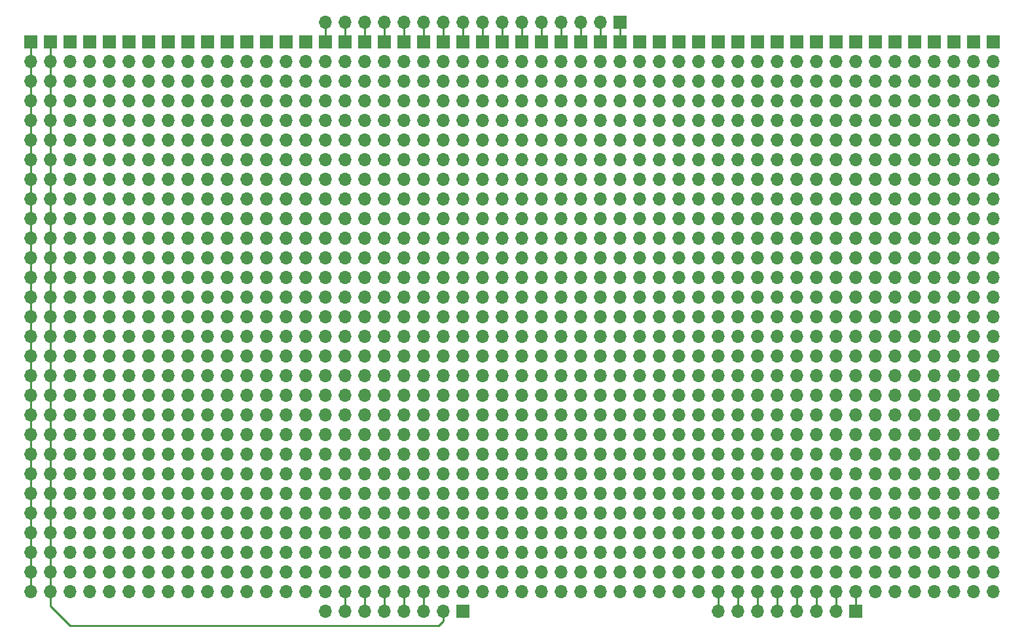
<source format=gbr>
G04 #@! TF.GenerationSoftware,KiCad,Pcbnew,(5.1.5-0-10_14)*
G04 #@! TF.CreationDate,2020-11-20T10:25:49+01:00*
G04 #@! TF.ProjectId,6502-bb,36353032-2d62-4622-9e6b-696361645f70,rev?*
G04 #@! TF.SameCoordinates,Original*
G04 #@! TF.FileFunction,Copper,L2,Bot*
G04 #@! TF.FilePolarity,Positive*
%FSLAX46Y46*%
G04 Gerber Fmt 4.6, Leading zero omitted, Abs format (unit mm)*
G04 Created by KiCad (PCBNEW (5.1.5-0-10_14)) date 2020-11-20 10:25:49*
%MOMM*%
%LPD*%
G04 APERTURE LIST*
%ADD10O,1.700000X1.700000*%
%ADD11R,1.700000X1.700000*%
%ADD12C,0.250000*%
G04 APERTURE END LIST*
D10*
X124460000Y-129540000D03*
X124460000Y-127000000D03*
X124460000Y-124460000D03*
X124460000Y-121920000D03*
X124460000Y-119380000D03*
X124460000Y-116840000D03*
X124460000Y-114300000D03*
X124460000Y-111760000D03*
X124460000Y-109220000D03*
X124460000Y-106680000D03*
X124460000Y-104140000D03*
X124460000Y-101600000D03*
X124460000Y-99060000D03*
X124460000Y-96520000D03*
X124460000Y-93980000D03*
X124460000Y-91440000D03*
X124460000Y-88900000D03*
X124460000Y-86360000D03*
X124460000Y-83820000D03*
X124460000Y-81280000D03*
X124460000Y-78740000D03*
X124460000Y-76200000D03*
X124460000Y-73660000D03*
X124460000Y-71120000D03*
X124460000Y-68580000D03*
X124460000Y-66040000D03*
X124460000Y-63500000D03*
X124460000Y-60960000D03*
D11*
X124460000Y-58420000D03*
D10*
X96520000Y-129540000D03*
X96520000Y-127000000D03*
X96520000Y-124460000D03*
X96520000Y-121920000D03*
X96520000Y-119380000D03*
X96520000Y-116840000D03*
X96520000Y-114300000D03*
X96520000Y-111760000D03*
X96520000Y-109220000D03*
X96520000Y-106680000D03*
X96520000Y-104140000D03*
X96520000Y-101600000D03*
X96520000Y-99060000D03*
X96520000Y-96520000D03*
X96520000Y-93980000D03*
X96520000Y-91440000D03*
X96520000Y-88900000D03*
X96520000Y-86360000D03*
X96520000Y-83820000D03*
X96520000Y-81280000D03*
X96520000Y-78740000D03*
X96520000Y-76200000D03*
X96520000Y-73660000D03*
X96520000Y-71120000D03*
X96520000Y-68580000D03*
X96520000Y-66040000D03*
X96520000Y-63500000D03*
X96520000Y-60960000D03*
D11*
X96520000Y-58420000D03*
D10*
X99060000Y-129540000D03*
X99060000Y-127000000D03*
X99060000Y-124460000D03*
X99060000Y-121920000D03*
X99060000Y-119380000D03*
X99060000Y-116840000D03*
X99060000Y-114300000D03*
X99060000Y-111760000D03*
X99060000Y-109220000D03*
X99060000Y-106680000D03*
X99060000Y-104140000D03*
X99060000Y-101600000D03*
X99060000Y-99060000D03*
X99060000Y-96520000D03*
X99060000Y-93980000D03*
X99060000Y-91440000D03*
X99060000Y-88900000D03*
X99060000Y-86360000D03*
X99060000Y-83820000D03*
X99060000Y-81280000D03*
X99060000Y-78740000D03*
X99060000Y-76200000D03*
X99060000Y-73660000D03*
X99060000Y-71120000D03*
X99060000Y-68580000D03*
X99060000Y-66040000D03*
X99060000Y-63500000D03*
X99060000Y-60960000D03*
D11*
X99060000Y-58420000D03*
X195580000Y-58420000D03*
D10*
X195580000Y-60960000D03*
X195580000Y-63500000D03*
X195580000Y-66040000D03*
X195580000Y-68580000D03*
X195580000Y-71120000D03*
X195580000Y-73660000D03*
X195580000Y-76200000D03*
X195580000Y-78740000D03*
X195580000Y-81280000D03*
X195580000Y-83820000D03*
X195580000Y-86360000D03*
X195580000Y-88900000D03*
X195580000Y-91440000D03*
X195580000Y-93980000D03*
X195580000Y-96520000D03*
X195580000Y-99060000D03*
X195580000Y-101600000D03*
X195580000Y-104140000D03*
X195580000Y-106680000D03*
X195580000Y-109220000D03*
X195580000Y-111760000D03*
X195580000Y-114300000D03*
X195580000Y-116840000D03*
X195580000Y-119380000D03*
X195580000Y-121920000D03*
X195580000Y-124460000D03*
X195580000Y-127000000D03*
X195580000Y-129540000D03*
X93980000Y-129540000D03*
X93980000Y-127000000D03*
X93980000Y-124460000D03*
X93980000Y-121920000D03*
X93980000Y-119380000D03*
X93980000Y-116840000D03*
X93980000Y-114300000D03*
X93980000Y-111760000D03*
X93980000Y-109220000D03*
X93980000Y-106680000D03*
X93980000Y-104140000D03*
X93980000Y-101600000D03*
X93980000Y-99060000D03*
X93980000Y-96520000D03*
X93980000Y-93980000D03*
X93980000Y-91440000D03*
X93980000Y-88900000D03*
X93980000Y-86360000D03*
X93980000Y-83820000D03*
X93980000Y-81280000D03*
X93980000Y-78740000D03*
X93980000Y-76200000D03*
X93980000Y-73660000D03*
X93980000Y-71120000D03*
X93980000Y-68580000D03*
X93980000Y-66040000D03*
X93980000Y-63500000D03*
X93980000Y-60960000D03*
D11*
X93980000Y-58420000D03*
D10*
X121920000Y-129540000D03*
X121920000Y-127000000D03*
X121920000Y-124460000D03*
X121920000Y-121920000D03*
X121920000Y-119380000D03*
X121920000Y-116840000D03*
X121920000Y-114300000D03*
X121920000Y-111760000D03*
X121920000Y-109220000D03*
X121920000Y-106680000D03*
X121920000Y-104140000D03*
X121920000Y-101600000D03*
X121920000Y-99060000D03*
X121920000Y-96520000D03*
X121920000Y-93980000D03*
X121920000Y-91440000D03*
X121920000Y-88900000D03*
X121920000Y-86360000D03*
X121920000Y-83820000D03*
X121920000Y-81280000D03*
X121920000Y-78740000D03*
X121920000Y-76200000D03*
X121920000Y-73660000D03*
X121920000Y-71120000D03*
X121920000Y-68580000D03*
X121920000Y-66040000D03*
X121920000Y-63500000D03*
X121920000Y-60960000D03*
D11*
X121920000Y-58420000D03*
D10*
X187960000Y-129540000D03*
X187960000Y-127000000D03*
X187960000Y-124460000D03*
X187960000Y-121920000D03*
X187960000Y-119380000D03*
X187960000Y-116840000D03*
X187960000Y-114300000D03*
X187960000Y-111760000D03*
X187960000Y-109220000D03*
X187960000Y-106680000D03*
X187960000Y-104140000D03*
X187960000Y-101600000D03*
X187960000Y-99060000D03*
X187960000Y-96520000D03*
X187960000Y-93980000D03*
X187960000Y-91440000D03*
X187960000Y-88900000D03*
X187960000Y-86360000D03*
X187960000Y-83820000D03*
X187960000Y-81280000D03*
X187960000Y-78740000D03*
X187960000Y-76200000D03*
X187960000Y-73660000D03*
X187960000Y-71120000D03*
X187960000Y-68580000D03*
X187960000Y-66040000D03*
X187960000Y-63500000D03*
X187960000Y-60960000D03*
D11*
X187960000Y-58420000D03*
D10*
X139700000Y-129540000D03*
X139700000Y-127000000D03*
X139700000Y-124460000D03*
X139700000Y-121920000D03*
X139700000Y-119380000D03*
X139700000Y-116840000D03*
X139700000Y-114300000D03*
X139700000Y-111760000D03*
X139700000Y-109220000D03*
X139700000Y-106680000D03*
X139700000Y-104140000D03*
X139700000Y-101600000D03*
X139700000Y-99060000D03*
X139700000Y-96520000D03*
X139700000Y-93980000D03*
X139700000Y-91440000D03*
X139700000Y-88900000D03*
X139700000Y-86360000D03*
X139700000Y-83820000D03*
X139700000Y-81280000D03*
X139700000Y-78740000D03*
X139700000Y-76200000D03*
X139700000Y-73660000D03*
X139700000Y-71120000D03*
X139700000Y-68580000D03*
X139700000Y-66040000D03*
X139700000Y-63500000D03*
X139700000Y-60960000D03*
D11*
X139700000Y-58420000D03*
D10*
X132080000Y-129540000D03*
X132080000Y-127000000D03*
X132080000Y-124460000D03*
X132080000Y-121920000D03*
X132080000Y-119380000D03*
X132080000Y-116840000D03*
X132080000Y-114300000D03*
X132080000Y-111760000D03*
X132080000Y-109220000D03*
X132080000Y-106680000D03*
X132080000Y-104140000D03*
X132080000Y-101600000D03*
X132080000Y-99060000D03*
X132080000Y-96520000D03*
X132080000Y-93980000D03*
X132080000Y-91440000D03*
X132080000Y-88900000D03*
X132080000Y-86360000D03*
X132080000Y-83820000D03*
X132080000Y-81280000D03*
X132080000Y-78740000D03*
X132080000Y-76200000D03*
X132080000Y-73660000D03*
X132080000Y-71120000D03*
X132080000Y-68580000D03*
X132080000Y-66040000D03*
X132080000Y-63500000D03*
X132080000Y-60960000D03*
D11*
X132080000Y-58420000D03*
D10*
X129540000Y-129540000D03*
X129540000Y-127000000D03*
X129540000Y-124460000D03*
X129540000Y-121920000D03*
X129540000Y-119380000D03*
X129540000Y-116840000D03*
X129540000Y-114300000D03*
X129540000Y-111760000D03*
X129540000Y-109220000D03*
X129540000Y-106680000D03*
X129540000Y-104140000D03*
X129540000Y-101600000D03*
X129540000Y-99060000D03*
X129540000Y-96520000D03*
X129540000Y-93980000D03*
X129540000Y-91440000D03*
X129540000Y-88900000D03*
X129540000Y-86360000D03*
X129540000Y-83820000D03*
X129540000Y-81280000D03*
X129540000Y-78740000D03*
X129540000Y-76200000D03*
X129540000Y-73660000D03*
X129540000Y-71120000D03*
X129540000Y-68580000D03*
X129540000Y-66040000D03*
X129540000Y-63500000D03*
X129540000Y-60960000D03*
D11*
X129540000Y-58420000D03*
D10*
X119380000Y-129540000D03*
X119380000Y-127000000D03*
X119380000Y-124460000D03*
X119380000Y-121920000D03*
X119380000Y-119380000D03*
X119380000Y-116840000D03*
X119380000Y-114300000D03*
X119380000Y-111760000D03*
X119380000Y-109220000D03*
X119380000Y-106680000D03*
X119380000Y-104140000D03*
X119380000Y-101600000D03*
X119380000Y-99060000D03*
X119380000Y-96520000D03*
X119380000Y-93980000D03*
X119380000Y-91440000D03*
X119380000Y-88900000D03*
X119380000Y-86360000D03*
X119380000Y-83820000D03*
X119380000Y-81280000D03*
X119380000Y-78740000D03*
X119380000Y-76200000D03*
X119380000Y-73660000D03*
X119380000Y-71120000D03*
X119380000Y-68580000D03*
X119380000Y-66040000D03*
X119380000Y-63500000D03*
X119380000Y-60960000D03*
D11*
X119380000Y-58420000D03*
D10*
X193040000Y-129540000D03*
X193040000Y-127000000D03*
X193040000Y-124460000D03*
X193040000Y-121920000D03*
X193040000Y-119380000D03*
X193040000Y-116840000D03*
X193040000Y-114300000D03*
X193040000Y-111760000D03*
X193040000Y-109220000D03*
X193040000Y-106680000D03*
X193040000Y-104140000D03*
X193040000Y-101600000D03*
X193040000Y-99060000D03*
X193040000Y-96520000D03*
X193040000Y-93980000D03*
X193040000Y-91440000D03*
X193040000Y-88900000D03*
X193040000Y-86360000D03*
X193040000Y-83820000D03*
X193040000Y-81280000D03*
X193040000Y-78740000D03*
X193040000Y-76200000D03*
X193040000Y-73660000D03*
X193040000Y-71120000D03*
X193040000Y-68580000D03*
X193040000Y-66040000D03*
X193040000Y-63500000D03*
X193040000Y-60960000D03*
D11*
X193040000Y-58420000D03*
D10*
X81280000Y-129540000D03*
X81280000Y-127000000D03*
X81280000Y-124460000D03*
X81280000Y-121920000D03*
X81280000Y-119380000D03*
X81280000Y-116840000D03*
X81280000Y-114300000D03*
X81280000Y-111760000D03*
X81280000Y-109220000D03*
X81280000Y-106680000D03*
X81280000Y-104140000D03*
X81280000Y-101600000D03*
X81280000Y-99060000D03*
X81280000Y-96520000D03*
X81280000Y-93980000D03*
X81280000Y-91440000D03*
X81280000Y-88900000D03*
X81280000Y-86360000D03*
X81280000Y-83820000D03*
X81280000Y-81280000D03*
X81280000Y-78740000D03*
X81280000Y-76200000D03*
X81280000Y-73660000D03*
X81280000Y-71120000D03*
X81280000Y-68580000D03*
X81280000Y-66040000D03*
X81280000Y-63500000D03*
X81280000Y-60960000D03*
D11*
X81280000Y-58420000D03*
D10*
X86360000Y-129540000D03*
X86360000Y-127000000D03*
X86360000Y-124460000D03*
X86360000Y-121920000D03*
X86360000Y-119380000D03*
X86360000Y-116840000D03*
X86360000Y-114300000D03*
X86360000Y-111760000D03*
X86360000Y-109220000D03*
X86360000Y-106680000D03*
X86360000Y-104140000D03*
X86360000Y-101600000D03*
X86360000Y-99060000D03*
X86360000Y-96520000D03*
X86360000Y-93980000D03*
X86360000Y-91440000D03*
X86360000Y-88900000D03*
X86360000Y-86360000D03*
X86360000Y-83820000D03*
X86360000Y-81280000D03*
X86360000Y-78740000D03*
X86360000Y-76200000D03*
X86360000Y-73660000D03*
X86360000Y-71120000D03*
X86360000Y-68580000D03*
X86360000Y-66040000D03*
X86360000Y-63500000D03*
X86360000Y-60960000D03*
D11*
X86360000Y-58420000D03*
D10*
X177800000Y-129540000D03*
X177800000Y-127000000D03*
X177800000Y-124460000D03*
X177800000Y-121920000D03*
X177800000Y-119380000D03*
X177800000Y-116840000D03*
X177800000Y-114300000D03*
X177800000Y-111760000D03*
X177800000Y-109220000D03*
X177800000Y-106680000D03*
X177800000Y-104140000D03*
X177800000Y-101600000D03*
X177800000Y-99060000D03*
X177800000Y-96520000D03*
X177800000Y-93980000D03*
X177800000Y-91440000D03*
X177800000Y-88900000D03*
X177800000Y-86360000D03*
X177800000Y-83820000D03*
X177800000Y-81280000D03*
X177800000Y-78740000D03*
X177800000Y-76200000D03*
X177800000Y-73660000D03*
X177800000Y-71120000D03*
X177800000Y-68580000D03*
X177800000Y-66040000D03*
X177800000Y-63500000D03*
X177800000Y-60960000D03*
D11*
X177800000Y-58420000D03*
D10*
X83820000Y-129540000D03*
X83820000Y-127000000D03*
X83820000Y-124460000D03*
X83820000Y-121920000D03*
X83820000Y-119380000D03*
X83820000Y-116840000D03*
X83820000Y-114300000D03*
X83820000Y-111760000D03*
X83820000Y-109220000D03*
X83820000Y-106680000D03*
X83820000Y-104140000D03*
X83820000Y-101600000D03*
X83820000Y-99060000D03*
X83820000Y-96520000D03*
X83820000Y-93980000D03*
X83820000Y-91440000D03*
X83820000Y-88900000D03*
X83820000Y-86360000D03*
X83820000Y-83820000D03*
X83820000Y-81280000D03*
X83820000Y-78740000D03*
X83820000Y-76200000D03*
X83820000Y-73660000D03*
X83820000Y-71120000D03*
X83820000Y-68580000D03*
X83820000Y-66040000D03*
X83820000Y-63500000D03*
X83820000Y-60960000D03*
D11*
X83820000Y-58420000D03*
D10*
X190500000Y-129540000D03*
X190500000Y-127000000D03*
X190500000Y-124460000D03*
X190500000Y-121920000D03*
X190500000Y-119380000D03*
X190500000Y-116840000D03*
X190500000Y-114300000D03*
X190500000Y-111760000D03*
X190500000Y-109220000D03*
X190500000Y-106680000D03*
X190500000Y-104140000D03*
X190500000Y-101600000D03*
X190500000Y-99060000D03*
X190500000Y-96520000D03*
X190500000Y-93980000D03*
X190500000Y-91440000D03*
X190500000Y-88900000D03*
X190500000Y-86360000D03*
X190500000Y-83820000D03*
X190500000Y-81280000D03*
X190500000Y-78740000D03*
X190500000Y-76200000D03*
X190500000Y-73660000D03*
X190500000Y-71120000D03*
X190500000Y-68580000D03*
X190500000Y-66040000D03*
X190500000Y-63500000D03*
X190500000Y-60960000D03*
D11*
X190500000Y-58420000D03*
D10*
X144780000Y-129540000D03*
X144780000Y-127000000D03*
X144780000Y-124460000D03*
X144780000Y-121920000D03*
X144780000Y-119380000D03*
X144780000Y-116840000D03*
X144780000Y-114300000D03*
X144780000Y-111760000D03*
X144780000Y-109220000D03*
X144780000Y-106680000D03*
X144780000Y-104140000D03*
X144780000Y-101600000D03*
X144780000Y-99060000D03*
X144780000Y-96520000D03*
X144780000Y-93980000D03*
X144780000Y-91440000D03*
X144780000Y-88900000D03*
X144780000Y-86360000D03*
X144780000Y-83820000D03*
X144780000Y-81280000D03*
X144780000Y-78740000D03*
X144780000Y-76200000D03*
X144780000Y-73660000D03*
X144780000Y-71120000D03*
X144780000Y-68580000D03*
X144780000Y-66040000D03*
X144780000Y-63500000D03*
X144780000Y-60960000D03*
D11*
X144780000Y-58420000D03*
D10*
X137160000Y-129540000D03*
X137160000Y-127000000D03*
X137160000Y-124460000D03*
X137160000Y-121920000D03*
X137160000Y-119380000D03*
X137160000Y-116840000D03*
X137160000Y-114300000D03*
X137160000Y-111760000D03*
X137160000Y-109220000D03*
X137160000Y-106680000D03*
X137160000Y-104140000D03*
X137160000Y-101600000D03*
X137160000Y-99060000D03*
X137160000Y-96520000D03*
X137160000Y-93980000D03*
X137160000Y-91440000D03*
X137160000Y-88900000D03*
X137160000Y-86360000D03*
X137160000Y-83820000D03*
X137160000Y-81280000D03*
X137160000Y-78740000D03*
X137160000Y-76200000D03*
X137160000Y-73660000D03*
X137160000Y-71120000D03*
X137160000Y-68580000D03*
X137160000Y-66040000D03*
X137160000Y-63500000D03*
X137160000Y-60960000D03*
D11*
X137160000Y-58420000D03*
D10*
X182880000Y-129540000D03*
X182880000Y-127000000D03*
X182880000Y-124460000D03*
X182880000Y-121920000D03*
X182880000Y-119380000D03*
X182880000Y-116840000D03*
X182880000Y-114300000D03*
X182880000Y-111760000D03*
X182880000Y-109220000D03*
X182880000Y-106680000D03*
X182880000Y-104140000D03*
X182880000Y-101600000D03*
X182880000Y-99060000D03*
X182880000Y-96520000D03*
X182880000Y-93980000D03*
X182880000Y-91440000D03*
X182880000Y-88900000D03*
X182880000Y-86360000D03*
X182880000Y-83820000D03*
X182880000Y-81280000D03*
X182880000Y-78740000D03*
X182880000Y-76200000D03*
X182880000Y-73660000D03*
X182880000Y-71120000D03*
X182880000Y-68580000D03*
X182880000Y-66040000D03*
X182880000Y-63500000D03*
X182880000Y-60960000D03*
D11*
X182880000Y-58420000D03*
D10*
X180340000Y-129540000D03*
X180340000Y-127000000D03*
X180340000Y-124460000D03*
X180340000Y-121920000D03*
X180340000Y-119380000D03*
X180340000Y-116840000D03*
X180340000Y-114300000D03*
X180340000Y-111760000D03*
X180340000Y-109220000D03*
X180340000Y-106680000D03*
X180340000Y-104140000D03*
X180340000Y-101600000D03*
X180340000Y-99060000D03*
X180340000Y-96520000D03*
X180340000Y-93980000D03*
X180340000Y-91440000D03*
X180340000Y-88900000D03*
X180340000Y-86360000D03*
X180340000Y-83820000D03*
X180340000Y-81280000D03*
X180340000Y-78740000D03*
X180340000Y-76200000D03*
X180340000Y-73660000D03*
X180340000Y-71120000D03*
X180340000Y-68580000D03*
X180340000Y-66040000D03*
X180340000Y-63500000D03*
X180340000Y-60960000D03*
D11*
X180340000Y-58420000D03*
X200660000Y-58420000D03*
D10*
X200660000Y-60960000D03*
X200660000Y-63500000D03*
X200660000Y-66040000D03*
X200660000Y-68580000D03*
X200660000Y-71120000D03*
X200660000Y-73660000D03*
X200660000Y-76200000D03*
X200660000Y-78740000D03*
X200660000Y-81280000D03*
X200660000Y-83820000D03*
X200660000Y-86360000D03*
X200660000Y-88900000D03*
X200660000Y-91440000D03*
X200660000Y-93980000D03*
X200660000Y-96520000D03*
X200660000Y-99060000D03*
X200660000Y-101600000D03*
X200660000Y-104140000D03*
X200660000Y-106680000D03*
X200660000Y-109220000D03*
X200660000Y-111760000D03*
X200660000Y-114300000D03*
X200660000Y-116840000D03*
X200660000Y-119380000D03*
X200660000Y-121920000D03*
X200660000Y-124460000D03*
X200660000Y-127000000D03*
X200660000Y-129540000D03*
X88900000Y-129540000D03*
X88900000Y-127000000D03*
X88900000Y-124460000D03*
X88900000Y-121920000D03*
X88900000Y-119380000D03*
X88900000Y-116840000D03*
X88900000Y-114300000D03*
X88900000Y-111760000D03*
X88900000Y-109220000D03*
X88900000Y-106680000D03*
X88900000Y-104140000D03*
X88900000Y-101600000D03*
X88900000Y-99060000D03*
X88900000Y-96520000D03*
X88900000Y-93980000D03*
X88900000Y-91440000D03*
X88900000Y-88900000D03*
X88900000Y-86360000D03*
X88900000Y-83820000D03*
X88900000Y-81280000D03*
X88900000Y-78740000D03*
X88900000Y-76200000D03*
X88900000Y-73660000D03*
X88900000Y-71120000D03*
X88900000Y-68580000D03*
X88900000Y-66040000D03*
X88900000Y-63500000D03*
X88900000Y-60960000D03*
D11*
X88900000Y-58420000D03*
D10*
X106680000Y-129540000D03*
X106680000Y-127000000D03*
X106680000Y-124460000D03*
X106680000Y-121920000D03*
X106680000Y-119380000D03*
X106680000Y-116840000D03*
X106680000Y-114300000D03*
X106680000Y-111760000D03*
X106680000Y-109220000D03*
X106680000Y-106680000D03*
X106680000Y-104140000D03*
X106680000Y-101600000D03*
X106680000Y-99060000D03*
X106680000Y-96520000D03*
X106680000Y-93980000D03*
X106680000Y-91440000D03*
X106680000Y-88900000D03*
X106680000Y-86360000D03*
X106680000Y-83820000D03*
X106680000Y-81280000D03*
X106680000Y-78740000D03*
X106680000Y-76200000D03*
X106680000Y-73660000D03*
X106680000Y-71120000D03*
X106680000Y-68580000D03*
X106680000Y-66040000D03*
X106680000Y-63500000D03*
X106680000Y-60960000D03*
D11*
X106680000Y-58420000D03*
D10*
X104140000Y-129540000D03*
X104140000Y-127000000D03*
X104140000Y-124460000D03*
X104140000Y-121920000D03*
X104140000Y-119380000D03*
X104140000Y-116840000D03*
X104140000Y-114300000D03*
X104140000Y-111760000D03*
X104140000Y-109220000D03*
X104140000Y-106680000D03*
X104140000Y-104140000D03*
X104140000Y-101600000D03*
X104140000Y-99060000D03*
X104140000Y-96520000D03*
X104140000Y-93980000D03*
X104140000Y-91440000D03*
X104140000Y-88900000D03*
X104140000Y-86360000D03*
X104140000Y-83820000D03*
X104140000Y-81280000D03*
X104140000Y-78740000D03*
X104140000Y-76200000D03*
X104140000Y-73660000D03*
X104140000Y-71120000D03*
X104140000Y-68580000D03*
X104140000Y-66040000D03*
X104140000Y-63500000D03*
X104140000Y-60960000D03*
D11*
X104140000Y-58420000D03*
D10*
X127000000Y-129540000D03*
X127000000Y-127000000D03*
X127000000Y-124460000D03*
X127000000Y-121920000D03*
X127000000Y-119380000D03*
X127000000Y-116840000D03*
X127000000Y-114300000D03*
X127000000Y-111760000D03*
X127000000Y-109220000D03*
X127000000Y-106680000D03*
X127000000Y-104140000D03*
X127000000Y-101600000D03*
X127000000Y-99060000D03*
X127000000Y-96520000D03*
X127000000Y-93980000D03*
X127000000Y-91440000D03*
X127000000Y-88900000D03*
X127000000Y-86360000D03*
X127000000Y-83820000D03*
X127000000Y-81280000D03*
X127000000Y-78740000D03*
X127000000Y-76200000D03*
X127000000Y-73660000D03*
X127000000Y-71120000D03*
X127000000Y-68580000D03*
X127000000Y-66040000D03*
X127000000Y-63500000D03*
X127000000Y-60960000D03*
D11*
X127000000Y-58420000D03*
D10*
X165100000Y-129540000D03*
X165100000Y-127000000D03*
X165100000Y-124460000D03*
X165100000Y-121920000D03*
X165100000Y-119380000D03*
X165100000Y-116840000D03*
X165100000Y-114300000D03*
X165100000Y-111760000D03*
X165100000Y-109220000D03*
X165100000Y-106680000D03*
X165100000Y-104140000D03*
X165100000Y-101600000D03*
X165100000Y-99060000D03*
X165100000Y-96520000D03*
X165100000Y-93980000D03*
X165100000Y-91440000D03*
X165100000Y-88900000D03*
X165100000Y-86360000D03*
X165100000Y-83820000D03*
X165100000Y-81280000D03*
X165100000Y-78740000D03*
X165100000Y-76200000D03*
X165100000Y-73660000D03*
X165100000Y-71120000D03*
X165100000Y-68580000D03*
X165100000Y-66040000D03*
X165100000Y-63500000D03*
X165100000Y-60960000D03*
D11*
X165100000Y-58420000D03*
D10*
X160020000Y-129540000D03*
X160020000Y-127000000D03*
X160020000Y-124460000D03*
X160020000Y-121920000D03*
X160020000Y-119380000D03*
X160020000Y-116840000D03*
X160020000Y-114300000D03*
X160020000Y-111760000D03*
X160020000Y-109220000D03*
X160020000Y-106680000D03*
X160020000Y-104140000D03*
X160020000Y-101600000D03*
X160020000Y-99060000D03*
X160020000Y-96520000D03*
X160020000Y-93980000D03*
X160020000Y-91440000D03*
X160020000Y-88900000D03*
X160020000Y-86360000D03*
X160020000Y-83820000D03*
X160020000Y-81280000D03*
X160020000Y-78740000D03*
X160020000Y-76200000D03*
X160020000Y-73660000D03*
X160020000Y-71120000D03*
X160020000Y-68580000D03*
X160020000Y-66040000D03*
X160020000Y-63500000D03*
X160020000Y-60960000D03*
D11*
X160020000Y-58420000D03*
D10*
X170180000Y-129540000D03*
X170180000Y-127000000D03*
X170180000Y-124460000D03*
X170180000Y-121920000D03*
X170180000Y-119380000D03*
X170180000Y-116840000D03*
X170180000Y-114300000D03*
X170180000Y-111760000D03*
X170180000Y-109220000D03*
X170180000Y-106680000D03*
X170180000Y-104140000D03*
X170180000Y-101600000D03*
X170180000Y-99060000D03*
X170180000Y-96520000D03*
X170180000Y-93980000D03*
X170180000Y-91440000D03*
X170180000Y-88900000D03*
X170180000Y-86360000D03*
X170180000Y-83820000D03*
X170180000Y-81280000D03*
X170180000Y-78740000D03*
X170180000Y-76200000D03*
X170180000Y-73660000D03*
X170180000Y-71120000D03*
X170180000Y-68580000D03*
X170180000Y-66040000D03*
X170180000Y-63500000D03*
X170180000Y-60960000D03*
D11*
X170180000Y-58420000D03*
D10*
X76200000Y-129540000D03*
X76200000Y-127000000D03*
X76200000Y-124460000D03*
X76200000Y-121920000D03*
X76200000Y-119380000D03*
X76200000Y-116840000D03*
X76200000Y-114300000D03*
X76200000Y-111760000D03*
X76200000Y-109220000D03*
X76200000Y-106680000D03*
X76200000Y-104140000D03*
X76200000Y-101600000D03*
X76200000Y-99060000D03*
X76200000Y-96520000D03*
X76200000Y-93980000D03*
X76200000Y-91440000D03*
X76200000Y-88900000D03*
X76200000Y-86360000D03*
X76200000Y-83820000D03*
X76200000Y-81280000D03*
X76200000Y-78740000D03*
X76200000Y-76200000D03*
X76200000Y-73660000D03*
X76200000Y-71120000D03*
X76200000Y-68580000D03*
X76200000Y-66040000D03*
X76200000Y-63500000D03*
X76200000Y-60960000D03*
D11*
X76200000Y-58420000D03*
D10*
X147320000Y-129540000D03*
X147320000Y-127000000D03*
X147320000Y-124460000D03*
X147320000Y-121920000D03*
X147320000Y-119380000D03*
X147320000Y-116840000D03*
X147320000Y-114300000D03*
X147320000Y-111760000D03*
X147320000Y-109220000D03*
X147320000Y-106680000D03*
X147320000Y-104140000D03*
X147320000Y-101600000D03*
X147320000Y-99060000D03*
X147320000Y-96520000D03*
X147320000Y-93980000D03*
X147320000Y-91440000D03*
X147320000Y-88900000D03*
X147320000Y-86360000D03*
X147320000Y-83820000D03*
X147320000Y-81280000D03*
X147320000Y-78740000D03*
X147320000Y-76200000D03*
X147320000Y-73660000D03*
X147320000Y-71120000D03*
X147320000Y-68580000D03*
X147320000Y-66040000D03*
X147320000Y-63500000D03*
X147320000Y-60960000D03*
D11*
X147320000Y-58420000D03*
D10*
X134620000Y-129540000D03*
X134620000Y-127000000D03*
X134620000Y-124460000D03*
X134620000Y-121920000D03*
X134620000Y-119380000D03*
X134620000Y-116840000D03*
X134620000Y-114300000D03*
X134620000Y-111760000D03*
X134620000Y-109220000D03*
X134620000Y-106680000D03*
X134620000Y-104140000D03*
X134620000Y-101600000D03*
X134620000Y-99060000D03*
X134620000Y-96520000D03*
X134620000Y-93980000D03*
X134620000Y-91440000D03*
X134620000Y-88900000D03*
X134620000Y-86360000D03*
X134620000Y-83820000D03*
X134620000Y-81280000D03*
X134620000Y-78740000D03*
X134620000Y-76200000D03*
X134620000Y-73660000D03*
X134620000Y-71120000D03*
X134620000Y-68580000D03*
X134620000Y-66040000D03*
X134620000Y-63500000D03*
X134620000Y-60960000D03*
D11*
X134620000Y-58420000D03*
D10*
X91440000Y-129540000D03*
X91440000Y-127000000D03*
X91440000Y-124460000D03*
X91440000Y-121920000D03*
X91440000Y-119380000D03*
X91440000Y-116840000D03*
X91440000Y-114300000D03*
X91440000Y-111760000D03*
X91440000Y-109220000D03*
X91440000Y-106680000D03*
X91440000Y-104140000D03*
X91440000Y-101600000D03*
X91440000Y-99060000D03*
X91440000Y-96520000D03*
X91440000Y-93980000D03*
X91440000Y-91440000D03*
X91440000Y-88900000D03*
X91440000Y-86360000D03*
X91440000Y-83820000D03*
X91440000Y-81280000D03*
X91440000Y-78740000D03*
X91440000Y-76200000D03*
X91440000Y-73660000D03*
X91440000Y-71120000D03*
X91440000Y-68580000D03*
X91440000Y-66040000D03*
X91440000Y-63500000D03*
X91440000Y-60960000D03*
D11*
X91440000Y-58420000D03*
D10*
X167640000Y-129540000D03*
X167640000Y-127000000D03*
X167640000Y-124460000D03*
X167640000Y-121920000D03*
X167640000Y-119380000D03*
X167640000Y-116840000D03*
X167640000Y-114300000D03*
X167640000Y-111760000D03*
X167640000Y-109220000D03*
X167640000Y-106680000D03*
X167640000Y-104140000D03*
X167640000Y-101600000D03*
X167640000Y-99060000D03*
X167640000Y-96520000D03*
X167640000Y-93980000D03*
X167640000Y-91440000D03*
X167640000Y-88900000D03*
X167640000Y-86360000D03*
X167640000Y-83820000D03*
X167640000Y-81280000D03*
X167640000Y-78740000D03*
X167640000Y-76200000D03*
X167640000Y-73660000D03*
X167640000Y-71120000D03*
X167640000Y-68580000D03*
X167640000Y-66040000D03*
X167640000Y-63500000D03*
X167640000Y-60960000D03*
D11*
X167640000Y-58420000D03*
D10*
X142240000Y-129540000D03*
X142240000Y-127000000D03*
X142240000Y-124460000D03*
X142240000Y-121920000D03*
X142240000Y-119380000D03*
X142240000Y-116840000D03*
X142240000Y-114300000D03*
X142240000Y-111760000D03*
X142240000Y-109220000D03*
X142240000Y-106680000D03*
X142240000Y-104140000D03*
X142240000Y-101600000D03*
X142240000Y-99060000D03*
X142240000Y-96520000D03*
X142240000Y-93980000D03*
X142240000Y-91440000D03*
X142240000Y-88900000D03*
X142240000Y-86360000D03*
X142240000Y-83820000D03*
X142240000Y-81280000D03*
X142240000Y-78740000D03*
X142240000Y-76200000D03*
X142240000Y-73660000D03*
X142240000Y-71120000D03*
X142240000Y-68580000D03*
X142240000Y-66040000D03*
X142240000Y-63500000D03*
X142240000Y-60960000D03*
D11*
X142240000Y-58420000D03*
D10*
X162560000Y-129540000D03*
X162560000Y-127000000D03*
X162560000Y-124460000D03*
X162560000Y-121920000D03*
X162560000Y-119380000D03*
X162560000Y-116840000D03*
X162560000Y-114300000D03*
X162560000Y-111760000D03*
X162560000Y-109220000D03*
X162560000Y-106680000D03*
X162560000Y-104140000D03*
X162560000Y-101600000D03*
X162560000Y-99060000D03*
X162560000Y-96520000D03*
X162560000Y-93980000D03*
X162560000Y-91440000D03*
X162560000Y-88900000D03*
X162560000Y-86360000D03*
X162560000Y-83820000D03*
X162560000Y-81280000D03*
X162560000Y-78740000D03*
X162560000Y-76200000D03*
X162560000Y-73660000D03*
X162560000Y-71120000D03*
X162560000Y-68580000D03*
X162560000Y-66040000D03*
X162560000Y-63500000D03*
X162560000Y-60960000D03*
D11*
X162560000Y-58420000D03*
D10*
X152400000Y-129540000D03*
X152400000Y-127000000D03*
X152400000Y-124460000D03*
X152400000Y-121920000D03*
X152400000Y-119380000D03*
X152400000Y-116840000D03*
X152400000Y-114300000D03*
X152400000Y-111760000D03*
X152400000Y-109220000D03*
X152400000Y-106680000D03*
X152400000Y-104140000D03*
X152400000Y-101600000D03*
X152400000Y-99060000D03*
X152400000Y-96520000D03*
X152400000Y-93980000D03*
X152400000Y-91440000D03*
X152400000Y-88900000D03*
X152400000Y-86360000D03*
X152400000Y-83820000D03*
X152400000Y-81280000D03*
X152400000Y-78740000D03*
X152400000Y-76200000D03*
X152400000Y-73660000D03*
X152400000Y-71120000D03*
X152400000Y-68580000D03*
X152400000Y-66040000D03*
X152400000Y-63500000D03*
X152400000Y-60960000D03*
D11*
X152400000Y-58420000D03*
D10*
X154940000Y-129540000D03*
X154940000Y-127000000D03*
X154940000Y-124460000D03*
X154940000Y-121920000D03*
X154940000Y-119380000D03*
X154940000Y-116840000D03*
X154940000Y-114300000D03*
X154940000Y-111760000D03*
X154940000Y-109220000D03*
X154940000Y-106680000D03*
X154940000Y-104140000D03*
X154940000Y-101600000D03*
X154940000Y-99060000D03*
X154940000Y-96520000D03*
X154940000Y-93980000D03*
X154940000Y-91440000D03*
X154940000Y-88900000D03*
X154940000Y-86360000D03*
X154940000Y-83820000D03*
X154940000Y-81280000D03*
X154940000Y-78740000D03*
X154940000Y-76200000D03*
X154940000Y-73660000D03*
X154940000Y-71120000D03*
X154940000Y-68580000D03*
X154940000Y-66040000D03*
X154940000Y-63500000D03*
X154940000Y-60960000D03*
D11*
X154940000Y-58420000D03*
D10*
X101600000Y-129540000D03*
X101600000Y-127000000D03*
X101600000Y-124460000D03*
X101600000Y-121920000D03*
X101600000Y-119380000D03*
X101600000Y-116840000D03*
X101600000Y-114300000D03*
X101600000Y-111760000D03*
X101600000Y-109220000D03*
X101600000Y-106680000D03*
X101600000Y-104140000D03*
X101600000Y-101600000D03*
X101600000Y-99060000D03*
X101600000Y-96520000D03*
X101600000Y-93980000D03*
X101600000Y-91440000D03*
X101600000Y-88900000D03*
X101600000Y-86360000D03*
X101600000Y-83820000D03*
X101600000Y-81280000D03*
X101600000Y-78740000D03*
X101600000Y-76200000D03*
X101600000Y-73660000D03*
X101600000Y-71120000D03*
X101600000Y-68580000D03*
X101600000Y-66040000D03*
X101600000Y-63500000D03*
X101600000Y-60960000D03*
D11*
X101600000Y-58420000D03*
D10*
X175260000Y-129540000D03*
X175260000Y-127000000D03*
X175260000Y-124460000D03*
X175260000Y-121920000D03*
X175260000Y-119380000D03*
X175260000Y-116840000D03*
X175260000Y-114300000D03*
X175260000Y-111760000D03*
X175260000Y-109220000D03*
X175260000Y-106680000D03*
X175260000Y-104140000D03*
X175260000Y-101600000D03*
X175260000Y-99060000D03*
X175260000Y-96520000D03*
X175260000Y-93980000D03*
X175260000Y-91440000D03*
X175260000Y-88900000D03*
X175260000Y-86360000D03*
X175260000Y-83820000D03*
X175260000Y-81280000D03*
X175260000Y-78740000D03*
X175260000Y-76200000D03*
X175260000Y-73660000D03*
X175260000Y-71120000D03*
X175260000Y-68580000D03*
X175260000Y-66040000D03*
X175260000Y-63500000D03*
X175260000Y-60960000D03*
D11*
X175260000Y-58420000D03*
D10*
X111760000Y-129540000D03*
X111760000Y-127000000D03*
X111760000Y-124460000D03*
X111760000Y-121920000D03*
X111760000Y-119380000D03*
X111760000Y-116840000D03*
X111760000Y-114300000D03*
X111760000Y-111760000D03*
X111760000Y-109220000D03*
X111760000Y-106680000D03*
X111760000Y-104140000D03*
X111760000Y-101600000D03*
X111760000Y-99060000D03*
X111760000Y-96520000D03*
X111760000Y-93980000D03*
X111760000Y-91440000D03*
X111760000Y-88900000D03*
X111760000Y-86360000D03*
X111760000Y-83820000D03*
X111760000Y-81280000D03*
X111760000Y-78740000D03*
X111760000Y-76200000D03*
X111760000Y-73660000D03*
X111760000Y-71120000D03*
X111760000Y-68580000D03*
X111760000Y-66040000D03*
X111760000Y-63500000D03*
X111760000Y-60960000D03*
D11*
X111760000Y-58420000D03*
D10*
X114300000Y-129540000D03*
X114300000Y-127000000D03*
X114300000Y-124460000D03*
X114300000Y-121920000D03*
X114300000Y-119380000D03*
X114300000Y-116840000D03*
X114300000Y-114300000D03*
X114300000Y-111760000D03*
X114300000Y-109220000D03*
X114300000Y-106680000D03*
X114300000Y-104140000D03*
X114300000Y-101600000D03*
X114300000Y-99060000D03*
X114300000Y-96520000D03*
X114300000Y-93980000D03*
X114300000Y-91440000D03*
X114300000Y-88900000D03*
X114300000Y-86360000D03*
X114300000Y-83820000D03*
X114300000Y-81280000D03*
X114300000Y-78740000D03*
X114300000Y-76200000D03*
X114300000Y-73660000D03*
X114300000Y-71120000D03*
X114300000Y-68580000D03*
X114300000Y-66040000D03*
X114300000Y-63500000D03*
X114300000Y-60960000D03*
D11*
X114300000Y-58420000D03*
D10*
X172720000Y-129540000D03*
X172720000Y-127000000D03*
X172720000Y-124460000D03*
X172720000Y-121920000D03*
X172720000Y-119380000D03*
X172720000Y-116840000D03*
X172720000Y-114300000D03*
X172720000Y-111760000D03*
X172720000Y-109220000D03*
X172720000Y-106680000D03*
X172720000Y-104140000D03*
X172720000Y-101600000D03*
X172720000Y-99060000D03*
X172720000Y-96520000D03*
X172720000Y-93980000D03*
X172720000Y-91440000D03*
X172720000Y-88900000D03*
X172720000Y-86360000D03*
X172720000Y-83820000D03*
X172720000Y-81280000D03*
X172720000Y-78740000D03*
X172720000Y-76200000D03*
X172720000Y-73660000D03*
X172720000Y-71120000D03*
X172720000Y-68580000D03*
X172720000Y-66040000D03*
X172720000Y-63500000D03*
X172720000Y-60960000D03*
D11*
X172720000Y-58420000D03*
D10*
X185420000Y-129540000D03*
X185420000Y-127000000D03*
X185420000Y-124460000D03*
X185420000Y-121920000D03*
X185420000Y-119380000D03*
X185420000Y-116840000D03*
X185420000Y-114300000D03*
X185420000Y-111760000D03*
X185420000Y-109220000D03*
X185420000Y-106680000D03*
X185420000Y-104140000D03*
X185420000Y-101600000D03*
X185420000Y-99060000D03*
X185420000Y-96520000D03*
X185420000Y-93980000D03*
X185420000Y-91440000D03*
X185420000Y-88900000D03*
X185420000Y-86360000D03*
X185420000Y-83820000D03*
X185420000Y-81280000D03*
X185420000Y-78740000D03*
X185420000Y-76200000D03*
X185420000Y-73660000D03*
X185420000Y-71120000D03*
X185420000Y-68580000D03*
X185420000Y-66040000D03*
X185420000Y-63500000D03*
X185420000Y-60960000D03*
D11*
X185420000Y-58420000D03*
D10*
X149860000Y-129540000D03*
X149860000Y-127000000D03*
X149860000Y-124460000D03*
X149860000Y-121920000D03*
X149860000Y-119380000D03*
X149860000Y-116840000D03*
X149860000Y-114300000D03*
X149860000Y-111760000D03*
X149860000Y-109220000D03*
X149860000Y-106680000D03*
X149860000Y-104140000D03*
X149860000Y-101600000D03*
X149860000Y-99060000D03*
X149860000Y-96520000D03*
X149860000Y-93980000D03*
X149860000Y-91440000D03*
X149860000Y-88900000D03*
X149860000Y-86360000D03*
X149860000Y-83820000D03*
X149860000Y-81280000D03*
X149860000Y-78740000D03*
X149860000Y-76200000D03*
X149860000Y-73660000D03*
X149860000Y-71120000D03*
X149860000Y-68580000D03*
X149860000Y-66040000D03*
X149860000Y-63500000D03*
X149860000Y-60960000D03*
D11*
X149860000Y-58420000D03*
X198120000Y-58420000D03*
D10*
X198120000Y-60960000D03*
X198120000Y-63500000D03*
X198120000Y-66040000D03*
X198120000Y-68580000D03*
X198120000Y-71120000D03*
X198120000Y-73660000D03*
X198120000Y-76200000D03*
X198120000Y-78740000D03*
X198120000Y-81280000D03*
X198120000Y-83820000D03*
X198120000Y-86360000D03*
X198120000Y-88900000D03*
X198120000Y-91440000D03*
X198120000Y-93980000D03*
X198120000Y-96520000D03*
X198120000Y-99060000D03*
X198120000Y-101600000D03*
X198120000Y-104140000D03*
X198120000Y-106680000D03*
X198120000Y-109220000D03*
X198120000Y-111760000D03*
X198120000Y-114300000D03*
X198120000Y-116840000D03*
X198120000Y-119380000D03*
X198120000Y-121920000D03*
X198120000Y-124460000D03*
X198120000Y-127000000D03*
X198120000Y-129540000D03*
X157480000Y-129540000D03*
X157480000Y-127000000D03*
X157480000Y-124460000D03*
X157480000Y-121920000D03*
X157480000Y-119380000D03*
X157480000Y-116840000D03*
X157480000Y-114300000D03*
X157480000Y-111760000D03*
X157480000Y-109220000D03*
X157480000Y-106680000D03*
X157480000Y-104140000D03*
X157480000Y-101600000D03*
X157480000Y-99060000D03*
X157480000Y-96520000D03*
X157480000Y-93980000D03*
X157480000Y-91440000D03*
X157480000Y-88900000D03*
X157480000Y-86360000D03*
X157480000Y-83820000D03*
X157480000Y-81280000D03*
X157480000Y-78740000D03*
X157480000Y-76200000D03*
X157480000Y-73660000D03*
X157480000Y-71120000D03*
X157480000Y-68580000D03*
X157480000Y-66040000D03*
X157480000Y-63500000D03*
X157480000Y-60960000D03*
D11*
X157480000Y-58420000D03*
D10*
X116840000Y-129540000D03*
X116840000Y-127000000D03*
X116840000Y-124460000D03*
X116840000Y-121920000D03*
X116840000Y-119380000D03*
X116840000Y-116840000D03*
X116840000Y-114300000D03*
X116840000Y-111760000D03*
X116840000Y-109220000D03*
X116840000Y-106680000D03*
X116840000Y-104140000D03*
X116840000Y-101600000D03*
X116840000Y-99060000D03*
X116840000Y-96520000D03*
X116840000Y-93980000D03*
X116840000Y-91440000D03*
X116840000Y-88900000D03*
X116840000Y-86360000D03*
X116840000Y-83820000D03*
X116840000Y-81280000D03*
X116840000Y-78740000D03*
X116840000Y-76200000D03*
X116840000Y-73660000D03*
X116840000Y-71120000D03*
X116840000Y-68580000D03*
X116840000Y-66040000D03*
X116840000Y-63500000D03*
X116840000Y-60960000D03*
D11*
X116840000Y-58420000D03*
D10*
X78740000Y-129540000D03*
X78740000Y-127000000D03*
X78740000Y-124460000D03*
X78740000Y-121920000D03*
X78740000Y-119380000D03*
X78740000Y-116840000D03*
X78740000Y-114300000D03*
X78740000Y-111760000D03*
X78740000Y-109220000D03*
X78740000Y-106680000D03*
X78740000Y-104140000D03*
X78740000Y-101600000D03*
X78740000Y-99060000D03*
X78740000Y-96520000D03*
X78740000Y-93980000D03*
X78740000Y-91440000D03*
X78740000Y-88900000D03*
X78740000Y-86360000D03*
X78740000Y-83820000D03*
X78740000Y-81280000D03*
X78740000Y-78740000D03*
X78740000Y-76200000D03*
X78740000Y-73660000D03*
X78740000Y-71120000D03*
X78740000Y-68580000D03*
X78740000Y-66040000D03*
X78740000Y-63500000D03*
X78740000Y-60960000D03*
D11*
X78740000Y-58420000D03*
D10*
X109220000Y-129540000D03*
X109220000Y-127000000D03*
X109220000Y-124460000D03*
X109220000Y-121920000D03*
X109220000Y-119380000D03*
X109220000Y-116840000D03*
X109220000Y-114300000D03*
X109220000Y-111760000D03*
X109220000Y-109220000D03*
X109220000Y-106680000D03*
X109220000Y-104140000D03*
X109220000Y-101600000D03*
X109220000Y-99060000D03*
X109220000Y-96520000D03*
X109220000Y-93980000D03*
X109220000Y-91440000D03*
X109220000Y-88900000D03*
X109220000Y-86360000D03*
X109220000Y-83820000D03*
X109220000Y-81280000D03*
X109220000Y-78740000D03*
X109220000Y-76200000D03*
X109220000Y-73660000D03*
X109220000Y-71120000D03*
X109220000Y-68580000D03*
X109220000Y-66040000D03*
X109220000Y-63500000D03*
X109220000Y-60960000D03*
D11*
X109220000Y-58420000D03*
D10*
X114300000Y-132080000D03*
X116840000Y-132080000D03*
X119380000Y-132080000D03*
X121920000Y-132080000D03*
X124460000Y-132080000D03*
X127000000Y-132080000D03*
X129540000Y-132080000D03*
D11*
X132080000Y-132080000D03*
D10*
X165100000Y-132080000D03*
X167640000Y-132080000D03*
X170180000Y-132080000D03*
X172720000Y-132080000D03*
X175260000Y-132080000D03*
X177800000Y-132080000D03*
X180340000Y-132080000D03*
D11*
X182880000Y-132080000D03*
D10*
X114300000Y-55880000D03*
X116840000Y-55880000D03*
X119380000Y-55880000D03*
X121920000Y-55880000D03*
X124460000Y-55880000D03*
X127000000Y-55880000D03*
X129540000Y-55880000D03*
X132080000Y-55880000D03*
X134620000Y-55880000D03*
X137160000Y-55880000D03*
X139700000Y-55880000D03*
X142240000Y-55880000D03*
X144780000Y-55880000D03*
X147320000Y-55880000D03*
X149860000Y-55880000D03*
D11*
X152400000Y-55880000D03*
D12*
X165100000Y-132080000D02*
X165100000Y-129540000D01*
X167640000Y-132080000D02*
X167640000Y-129540000D01*
X170180000Y-132080000D02*
X170180000Y-129540000D01*
X172720000Y-132080000D02*
X172720000Y-129540000D01*
X175260000Y-132080000D02*
X175260000Y-129540000D01*
X177800000Y-132080000D02*
X177800000Y-129540000D01*
X180340000Y-132080000D02*
X180340000Y-129540000D01*
X182880000Y-132080000D02*
X182880000Y-129540000D01*
X76200000Y-58420000D02*
X76200000Y-60960000D01*
X76200000Y-60960000D02*
X76200000Y-63500000D01*
X76200000Y-63500000D02*
X76200000Y-66040000D01*
X76200000Y-66040000D02*
X76200000Y-68580000D01*
X76200000Y-68580000D02*
X76200000Y-71120000D01*
X76200000Y-71120000D02*
X76200000Y-73660000D01*
X76200000Y-73660000D02*
X76200000Y-76200000D01*
X76200000Y-76200000D02*
X76200000Y-78740000D01*
X76200000Y-78740000D02*
X76200000Y-81280000D01*
X76200000Y-81280000D02*
X76200000Y-83820000D01*
X76200000Y-83820000D02*
X76200000Y-86360000D01*
X76200000Y-86360000D02*
X76200000Y-88900000D01*
X76200000Y-88900000D02*
X76200000Y-91440000D01*
X76200000Y-93980000D02*
X76200000Y-91440000D01*
X76200000Y-93980000D02*
X76200000Y-96520000D01*
X76200000Y-96520000D02*
X76200000Y-99060000D01*
X76200000Y-99060000D02*
X76200000Y-101600000D01*
X76200000Y-101600000D02*
X76200000Y-104140000D01*
X76200000Y-104140000D02*
X76200000Y-106680000D01*
X76200000Y-106680000D02*
X76200000Y-109220000D01*
X76200000Y-109220000D02*
X76200000Y-111760000D01*
X76200000Y-111760000D02*
X76200000Y-114300000D01*
X76200000Y-114300000D02*
X76200000Y-116840000D01*
X76200000Y-116840000D02*
X76200000Y-119380000D01*
X76200000Y-119380000D02*
X76200000Y-121920000D01*
X76200000Y-121920000D02*
X76200000Y-124460000D01*
X76200000Y-124460000D02*
X76200000Y-127000000D01*
X76200000Y-127000000D02*
X76200000Y-129540000D01*
X78740000Y-58420000D02*
X78740000Y-60960000D01*
X78740000Y-60960000D02*
X78740000Y-63500000D01*
X78740000Y-63500000D02*
X78740000Y-66040000D01*
X78740000Y-66040000D02*
X78740000Y-68580000D01*
X78740000Y-68580000D02*
X78740000Y-71120000D01*
X78740000Y-71120000D02*
X78740000Y-73660000D01*
X78740000Y-73660000D02*
X78740000Y-76200000D01*
X78740000Y-76200000D02*
X78740000Y-78740000D01*
X78740000Y-78740000D02*
X78740000Y-81280000D01*
X78740000Y-81280000D02*
X78740000Y-83820000D01*
X78740000Y-83820000D02*
X78740000Y-86360000D01*
X78740000Y-86360000D02*
X78740000Y-88900000D01*
X78740000Y-88900000D02*
X78740000Y-91440000D01*
X78740000Y-91440000D02*
X78740000Y-93980000D01*
X78740000Y-93980000D02*
X78740000Y-96520000D01*
X78740000Y-96520000D02*
X78740000Y-99060000D01*
X78740000Y-99060000D02*
X78740000Y-101600000D01*
X78740000Y-101600000D02*
X78740000Y-104140000D01*
X78740000Y-106680000D02*
X78740000Y-104140000D01*
X78740000Y-106680000D02*
X78740000Y-109220000D01*
X78740000Y-109220000D02*
X78740000Y-111760000D01*
X78740000Y-111760000D02*
X78740000Y-114300000D01*
X78740000Y-114300000D02*
X78740000Y-116840000D01*
X78740000Y-116840000D02*
X78740000Y-119380000D01*
X78740000Y-119380000D02*
X78740000Y-121920000D01*
X78740000Y-121920000D02*
X78740000Y-124460000D01*
X78740000Y-124460000D02*
X78740000Y-127000000D01*
X78740000Y-127000000D02*
X78740000Y-129540000D01*
X129540000Y-132080000D02*
X129540000Y-133350000D01*
X129540000Y-133350000D02*
X128905000Y-133985000D01*
X128905000Y-133985000D02*
X81280000Y-133985000D01*
X78740000Y-131445000D02*
X78740000Y-129540000D01*
X81280000Y-133985000D02*
X78740000Y-131445000D01*
X121920000Y-55880000D02*
X121920000Y-58420000D01*
X119380000Y-55880000D02*
X119380000Y-58420000D01*
X116840000Y-55880000D02*
X116840000Y-58420000D01*
X114300000Y-55880000D02*
X114300000Y-58420000D01*
X152400000Y-55880000D02*
X152400000Y-58420000D01*
X149860000Y-55880000D02*
X149860000Y-58420000D01*
X147320000Y-55880000D02*
X147320000Y-58420000D01*
X144780000Y-55880000D02*
X144780000Y-58420000D01*
X142240000Y-55880000D02*
X142240000Y-58420000D01*
X139700000Y-55880000D02*
X139700000Y-58420000D01*
X137160000Y-55880000D02*
X137160000Y-58420000D01*
X134620000Y-55880000D02*
X134620000Y-58420000D01*
X132080000Y-55880000D02*
X132080000Y-58420000D01*
X129540000Y-55880000D02*
X129540000Y-58420000D01*
X127000000Y-55880000D02*
X127000000Y-58420000D01*
X124460000Y-55880000D02*
X124460000Y-58420000D01*
X119380000Y-132080000D02*
X119380000Y-129540000D01*
X121920000Y-132080000D02*
X121920000Y-129540000D01*
X127000000Y-132080000D02*
X127000000Y-129540000D01*
X124460000Y-132080000D02*
X124460000Y-129540000D01*
X116840000Y-132080000D02*
X116840000Y-129540000D01*
M02*

</source>
